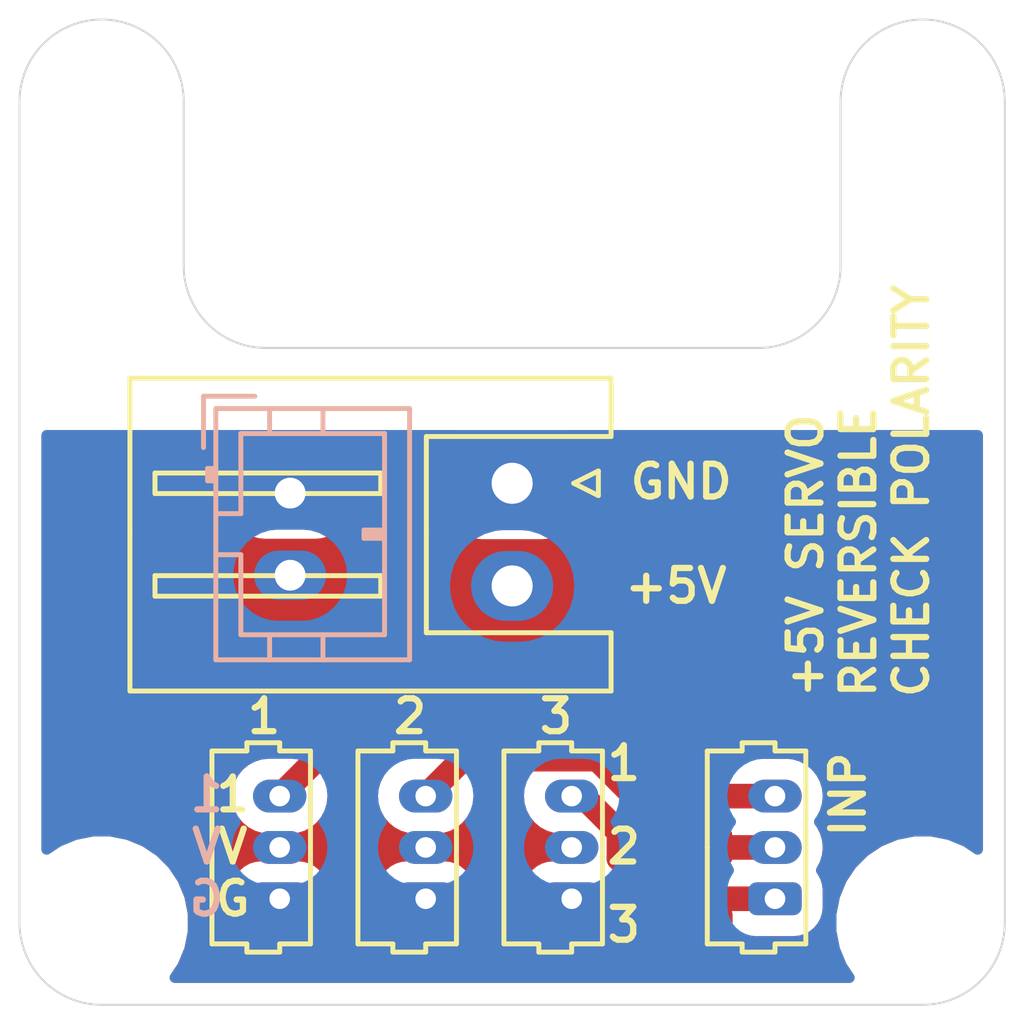
<source format=kicad_pcb>
(kicad_pcb (version 20171130) (host pcbnew "(5.1.9)-1")

  (general
    (thickness 1.6)
    (drawings 28)
    (tracks 19)
    (zones 0)
    (modules 13)
    (nets 6)
  )

  (page A4)
  (layers
    (0 F.Cu signal)
    (31 B.Cu signal)
    (32 B.Adhes user)
    (33 F.Adhes user)
    (34 B.Paste user)
    (35 F.Paste user)
    (36 B.SilkS user)
    (37 F.SilkS user)
    (38 B.Mask user)
    (39 F.Mask user)
    (40 Dwgs.User user)
    (41 Cmts.User user)
    (42 Eco1.User user)
    (43 Eco2.User user)
    (44 Edge.Cuts user)
    (45 Margin user)
    (46 B.CrtYd user)
    (47 F.CrtYd user)
    (48 B.Fab user hide)
    (49 F.Fab user hide)
  )

  (setup
    (last_trace_width 0.25)
    (user_trace_width 0.6)
    (trace_clearance 0.2)
    (zone_clearance 0.508)
    (zone_45_only no)
    (trace_min 0.2)
    (via_size 0.8)
    (via_drill 0.4)
    (via_min_size 0.4)
    (via_min_drill 0.3)
    (uvia_size 0.3)
    (uvia_drill 0.1)
    (uvias_allowed no)
    (uvia_min_size 0.2)
    (uvia_min_drill 0.1)
    (edge_width 0.05)
    (segment_width 0.2)
    (pcb_text_width 0.3)
    (pcb_text_size 1.5 1.5)
    (mod_edge_width 0.12)
    (mod_text_size 1 1)
    (mod_text_width 0.15)
    (pad_size 1.2 1.75)
    (pad_drill 0.75)
    (pad_to_mask_clearance 0)
    (aux_axis_origin 0 0)
    (visible_elements 7FFFFF7F)
    (pcbplotparams
      (layerselection 0x010fc_ffffffff)
      (usegerberextensions false)
      (usegerberattributes true)
      (usegerberadvancedattributes true)
      (creategerberjobfile true)
      (excludeedgelayer true)
      (linewidth 0.100000)
      (plotframeref false)
      (viasonmask false)
      (mode 1)
      (useauxorigin false)
      (hpglpennumber 1)
      (hpglpenspeed 20)
      (hpglpendiameter 15.000000)
      (psnegative false)
      (psa4output false)
      (plotreference true)
      (plotvalue true)
      (plotinvisibletext false)
      (padsonsilk false)
      (subtractmaskfromsilk false)
      (outputformat 1)
      (mirror false)
      (drillshape 0)
      (scaleselection 1)
      (outputdirectory "gerber-3-servos"))
  )

  (net 0 "")
  (net 1 "Net-(J1-Pad3)")
  (net 2 "Net-(J1-Pad2)")
  (net 3 "Net-(J1-Pad1)")
  (net 4 GND)
  (net 5 +BATT)

  (net_class Default "This is the default net class."
    (clearance 0.2)
    (trace_width 0.25)
    (via_dia 0.8)
    (via_drill 0.4)
    (uvia_dia 0.3)
    (uvia_drill 0.1)
    (add_net +BATT)
    (add_net GND)
    (add_net "Net-(J1-Pad1)")
    (add_net "Net-(J1-Pad2)")
    (add_net "Net-(J1-Pad3)")
  )

  (module Connector_JST:JST_PH_B2B-PH-K_1x02_P2.00mm_Vertical (layer B.Cu) (tedit 6115464F) (tstamp 6115A0AC)
    (at 164.592 151.5364 270)
    (descr "JST PH series connector, B2B-PH-K (http://www.jst-mfg.com/product/pdf/eng/ePH.pdf), generated with kicad-footprint-generator")
    (tags "connector JST PH side entry")
    (fp_text reference REF** (at 1 2.9 270) (layer B.SilkS) hide
      (effects (font (size 1 1) (thickness 0.15)) (justify mirror))
    )
    (fp_text value JST_PH_B2B-PH-K_1x02_P2.00mm_Vertical (at 1 -4 270) (layer B.Fab) hide
      (effects (font (size 1 1) (thickness 0.15)) (justify mirror))
    )
    (fp_line (start -2.06 1.81) (end -2.06 -2.91) (layer B.SilkS) (width 0.12))
    (fp_line (start -2.06 -2.91) (end 4.06 -2.91) (layer B.SilkS) (width 0.12))
    (fp_line (start 4.06 -2.91) (end 4.06 1.81) (layer B.SilkS) (width 0.12))
    (fp_line (start 4.06 1.81) (end -2.06 1.81) (layer B.SilkS) (width 0.12))
    (fp_line (start -0.3 1.81) (end -0.3 2.01) (layer B.SilkS) (width 0.12))
    (fp_line (start -0.3 2.01) (end -0.6 2.01) (layer B.SilkS) (width 0.12))
    (fp_line (start -0.6 2.01) (end -0.6 1.81) (layer B.SilkS) (width 0.12))
    (fp_line (start -0.3 1.91) (end -0.6 1.91) (layer B.SilkS) (width 0.12))
    (fp_line (start 0.5 1.81) (end 0.5 1.2) (layer B.SilkS) (width 0.12))
    (fp_line (start 0.5 1.2) (end -1.45 1.2) (layer B.SilkS) (width 0.12))
    (fp_line (start -1.45 1.2) (end -1.45 -2.3) (layer B.SilkS) (width 0.12))
    (fp_line (start -1.45 -2.3) (end 3.45 -2.3) (layer B.SilkS) (width 0.12))
    (fp_line (start 3.45 -2.3) (end 3.45 1.2) (layer B.SilkS) (width 0.12))
    (fp_line (start 3.45 1.2) (end 1.5 1.2) (layer B.SilkS) (width 0.12))
    (fp_line (start 1.5 1.2) (end 1.5 1.81) (layer B.SilkS) (width 0.12))
    (fp_line (start -2.06 0.5) (end -1.45 0.5) (layer B.SilkS) (width 0.12))
    (fp_line (start -2.06 -0.8) (end -1.45 -0.8) (layer B.SilkS) (width 0.12))
    (fp_line (start 4.06 0.5) (end 3.45 0.5) (layer B.SilkS) (width 0.12))
    (fp_line (start 4.06 -0.8) (end 3.45 -0.8) (layer B.SilkS) (width 0.12))
    (fp_line (start 0.9 -2.3) (end 0.9 -1.8) (layer B.SilkS) (width 0.12))
    (fp_line (start 0.9 -1.8) (end 1.1 -1.8) (layer B.SilkS) (width 0.12))
    (fp_line (start 1.1 -1.8) (end 1.1 -2.3) (layer B.SilkS) (width 0.12))
    (fp_line (start 1 -2.3) (end 1 -1.8) (layer B.SilkS) (width 0.12))
    (fp_line (start -1.11 2.11) (end -2.36 2.11) (layer B.SilkS) (width 0.12))
    (fp_line (start -2.36 2.11) (end -2.36 0.86) (layer B.SilkS) (width 0.12))
    (fp_line (start -1.11 2.11) (end -2.36 2.11) (layer B.Fab) (width 0.1))
    (fp_line (start -2.36 2.11) (end -2.36 0.86) (layer B.Fab) (width 0.1))
    (fp_line (start -1.95 1.7) (end -1.95 -2.8) (layer B.Fab) (width 0.1))
    (fp_line (start -1.95 -2.8) (end 3.95 -2.8) (layer B.Fab) (width 0.1))
    (fp_line (start 3.95 -2.8) (end 3.95 1.7) (layer B.Fab) (width 0.1))
    (fp_line (start 3.95 1.7) (end -1.95 1.7) (layer B.Fab) (width 0.1))
    (fp_line (start -2.45 2.2) (end -2.45 -3.3) (layer B.CrtYd) (width 0.05))
    (fp_line (start -2.45 -3.3) (end 4.45 -3.3) (layer B.CrtYd) (width 0.05))
    (fp_line (start 4.45 -3.3) (end 4.45 2.2) (layer B.CrtYd) (width 0.05))
    (fp_line (start 4.45 2.2) (end -2.45 2.2) (layer B.CrtYd) (width 0.05))
    (fp_text user %R (at 1 -1.5 270) (layer B.Fab) hide
      (effects (font (size 1 1) (thickness 0.15)) (justify mirror))
    )
    (pad 2 thru_hole oval (at 2 0 270) (size 1.2 1.75) (drill 0.75) (layers *.Cu *.Mask)
      (net 5 +BATT))
    (pad 1 thru_hole roundrect (at 0 0 270) (size 1.2 1.75) (drill 0.75) (layers *.Cu *.Mask) (roundrect_rratio 0.208)
      (net 4 GND))
  )

  (module heli-servo-board:Molex_PicoBlade_53047-0310_1x03_P1.25mm_Vertical (layer F.Cu) (tedit 61127ECC) (tstamp 6112DF1A)
    (at 176.403 161.417 90)
    (descr "Molex PicoBlade Connector System, 53047-0310, 3 Pins per row (http://www.molex.com/pdm_docs/sd/530470610_sd.pdf), generated with kicad-footprint-generator")
    (tags "connector Molex PicoBlade side entry")
    (path /61123FD6)
    (fp_text reference J1 (at 1.25 -3.25 90) (layer F.SilkS) hide
      (effects (font (size 1 1) (thickness 0.15)))
    )
    (fp_text value Conn_01x06 (at 1.25 2.35 90) (layer F.Fab)
      (effects (font (size 1 1) (thickness 0.15)))
    )
    (fp_line (start -1.5 -2.05) (end -1.5 1.15) (layer F.Fab) (width 0.1))
    (fp_line (start -1.5 1.15) (end 4 1.15) (layer F.Fab) (width 0.1))
    (fp_line (start 4 1.15) (end 4 -2.05) (layer F.Fab) (width 0.1))
    (fp_line (start 4 -2.05) (end -1.5 -2.05) (layer F.Fab) (width 0.1))
    (fp_line (start 1.25 0.75) (end -1.1 0.75) (layer F.SilkS) (width 0.12))
    (fp_line (start -1.1 0.75) (end -1.1 0) (layer F.SilkS) (width 0.12))
    (fp_line (start -1.1 0) (end -1.3 0) (layer F.SilkS) (width 0.12))
    (fp_line (start -1.3 0) (end -1.3 -0.8) (layer F.SilkS) (width 0.12))
    (fp_line (start -1.3 -0.8) (end -1.1 -0.8) (layer F.SilkS) (width 0.12))
    (fp_line (start -1.1 -0.8) (end -1.1 -1.65) (layer F.SilkS) (width 0.12))
    (fp_line (start -1.1 -1.65) (end 1.25 -1.65) (layer F.SilkS) (width 0.12))
    (fp_line (start 1.25 0.75) (end 3.6 0.75) (layer F.SilkS) (width 0.12))
    (fp_line (start 3.6 0.75) (end 3.6 0) (layer F.SilkS) (width 0.12))
    (fp_line (start 3.6 0) (end 3.8 0) (layer F.SilkS) (width 0.12))
    (fp_line (start 3.8 0) (end 3.8 -0.8) (layer F.SilkS) (width 0.12))
    (fp_line (start 3.8 -0.8) (end 3.6 -0.8) (layer F.SilkS) (width 0.12))
    (fp_line (start 3.6 -0.8) (end 3.6 -1.65) (layer F.SilkS) (width 0.12))
    (fp_line (start 3.6 -1.65) (end 1.25 -1.65) (layer F.SilkS) (width 0.12))
    (fp_line (start -0.5 1.15) (end 0 0.442893) (layer F.Fab) (width 0.1))
    (fp_line (start 0 0.442893) (end 0.5 1.15) (layer F.Fab) (width 0.1))
    (fp_line (start -2 -2.55) (end -2 1.65) (layer F.CrtYd) (width 0.05))
    (fp_line (start -2 1.65) (end 4.5 1.65) (layer F.CrtYd) (width 0.05))
    (fp_line (start 4.5 1.65) (end 4.5 -2.55) (layer F.CrtYd) (width 0.05))
    (fp_line (start 4.5 -2.55) (end -2 -2.55) (layer F.CrtYd) (width 0.05))
    (fp_text user %R (at 1.25 -1.35 90) (layer F.Fab) hide
      (effects (font (size 1 1) (thickness 0.15)))
    )
    (pad 3 thru_hole oval (at 2.5 0 90) (size 0.8 1.3) (drill 0.5) (layers *.Cu *.Mask)
      (net 1 "Net-(J1-Pad3)"))
    (pad 2 thru_hole oval (at 1.25 0 90) (size 0.8 1.3) (drill 0.5) (layers *.Cu *.Mask)
      (net 2 "Net-(J1-Pad2)"))
    (pad 1 thru_hole roundrect (at 0 0 90) (size 0.8 1.3) (drill 0.5) (layers *.Cu *.Mask) (roundrect_rratio 0.25)
      (net 3 "Net-(J1-Pad1)"))
    (model ${KIPRJMOD}/heli-servo-board.3dshapes/Molex_PicoBlade_53047-0310.wrl
      (at (xyz 0 0 0))
      (scale (xyz 1 1 1))
      (rotate (xyz 0 0 0))
    )
  )

  (module heli-servo-board:Molex_PicoBlade_53047-0310_1x03_P1.25mm_Vertical (layer F.Cu) (tedit 61127ECC) (tstamp 61124DCD)
    (at 171.45 161.417 90)
    (descr "Molex PicoBlade Connector System, 53047-0310, 3 Pins per row (http://www.molex.com/pdm_docs/sd/530470610_sd.pdf), generated with kicad-footprint-generator")
    (tags "connector Molex PicoBlade side entry")
    (path /6112D870)
    (fp_text reference J4 (at 1.25 -3.25 90) (layer F.SilkS) hide
      (effects (font (size 1 1) (thickness 0.15)))
    )
    (fp_text value Conn_01x03 (at 1.25 2.35 90) (layer F.Fab) hide
      (effects (font (size 1 1) (thickness 0.15)))
    )
    (fp_line (start -1.5 -2.05) (end -1.5 1.15) (layer F.Fab) (width 0.1))
    (fp_line (start -1.5 1.15) (end 4 1.15) (layer F.Fab) (width 0.1))
    (fp_line (start 4 1.15) (end 4 -2.05) (layer F.Fab) (width 0.1))
    (fp_line (start 4 -2.05) (end -1.5 -2.05) (layer F.Fab) (width 0.1))
    (fp_line (start 1.25 0.75) (end -1.1 0.75) (layer F.SilkS) (width 0.12))
    (fp_line (start -1.1 0.75) (end -1.1 0) (layer F.SilkS) (width 0.12))
    (fp_line (start -1.1 0) (end -1.3 0) (layer F.SilkS) (width 0.12))
    (fp_line (start -1.3 0) (end -1.3 -0.8) (layer F.SilkS) (width 0.12))
    (fp_line (start -1.3 -0.8) (end -1.1 -0.8) (layer F.SilkS) (width 0.12))
    (fp_line (start -1.1 -0.8) (end -1.1 -1.65) (layer F.SilkS) (width 0.12))
    (fp_line (start -1.1 -1.65) (end 1.25 -1.65) (layer F.SilkS) (width 0.12))
    (fp_line (start 1.25 0.75) (end 3.6 0.75) (layer F.SilkS) (width 0.12))
    (fp_line (start 3.6 0.75) (end 3.6 0) (layer F.SilkS) (width 0.12))
    (fp_line (start 3.6 0) (end 3.8 0) (layer F.SilkS) (width 0.12))
    (fp_line (start 3.8 0) (end 3.8 -0.8) (layer F.SilkS) (width 0.12))
    (fp_line (start 3.8 -0.8) (end 3.6 -0.8) (layer F.SilkS) (width 0.12))
    (fp_line (start 3.6 -0.8) (end 3.6 -1.65) (layer F.SilkS) (width 0.12))
    (fp_line (start 3.6 -1.65) (end 1.25 -1.65) (layer F.SilkS) (width 0.12))
    (fp_line (start -0.5 1.15) (end 0 0.442893) (layer F.Fab) (width 0.1))
    (fp_line (start 0 0.442893) (end 0.5 1.15) (layer F.Fab) (width 0.1))
    (fp_line (start -2 -2.55) (end -2 1.65) (layer F.CrtYd) (width 0.05))
    (fp_line (start -2 1.65) (end 4.5 1.65) (layer F.CrtYd) (width 0.05))
    (fp_line (start 4.5 1.65) (end 4.5 -2.55) (layer F.CrtYd) (width 0.05))
    (fp_line (start 4.5 -2.55) (end -2 -2.55) (layer F.CrtYd) (width 0.05))
    (fp_text user %R (at 1.25 -1.35 90) (layer F.Fab) hide
      (effects (font (size 1 1) (thickness 0.15)))
    )
    (pad 3 thru_hole oval (at 2.5 0 90) (size 0.8 1.3) (drill 0.5) (layers *.Cu *.Mask)
      (net 3 "Net-(J1-Pad1)"))
    (pad 2 thru_hole oval (at 1.25 0 90) (size 0.8 1.3) (drill 0.5) (layers *.Cu *.Mask)
      (net 5 +BATT))
    (pad 1 thru_hole roundrect (at 0 0 90) (size 0.8 1.3) (drill 0.5) (layers *.Cu *.Mask) (roundrect_rratio 0.25)
      (net 4 GND))
    (model ${KIPRJMOD}/heli-servo-board.3dshapes/Molex_PicoBlade_53047-0310.wrl
      (at (xyz 0 0 0))
      (scale (xyz 1 1 1))
      (rotate (xyz 0 0 0))
    )
  )

  (module heli-servo-board:Molex_PicoBlade_53047-0310_1x03_P1.25mm_Vertical (layer F.Cu) (tedit 61127ECC) (tstamp 61124DA7)
    (at 167.894 161.417 90)
    (descr "Molex PicoBlade Connector System, 53047-0310, 3 Pins per row (http://www.molex.com/pdm_docs/sd/530470610_sd.pdf), generated with kicad-footprint-generator")
    (tags "connector Molex PicoBlade side entry")
    (path /6112CA1B)
    (fp_text reference J3 (at 1.25 -3.25 90) (layer F.SilkS) hide
      (effects (font (size 1 1) (thickness 0.15)))
    )
    (fp_text value Conn_01x03 (at 1.25 2.35 90) (layer F.Fab) hide
      (effects (font (size 1 1) (thickness 0.15)))
    )
    (fp_line (start -1.5 -2.05) (end -1.5 1.15) (layer F.Fab) (width 0.1))
    (fp_line (start -1.5 1.15) (end 4 1.15) (layer F.Fab) (width 0.1))
    (fp_line (start 4 1.15) (end 4 -2.05) (layer F.Fab) (width 0.1))
    (fp_line (start 4 -2.05) (end -1.5 -2.05) (layer F.Fab) (width 0.1))
    (fp_line (start 1.25 0.75) (end -1.1 0.75) (layer F.SilkS) (width 0.12))
    (fp_line (start -1.1 0.75) (end -1.1 0) (layer F.SilkS) (width 0.12))
    (fp_line (start -1.1 0) (end -1.3 0) (layer F.SilkS) (width 0.12))
    (fp_line (start -1.3 0) (end -1.3 -0.8) (layer F.SilkS) (width 0.12))
    (fp_line (start -1.3 -0.8) (end -1.1 -0.8) (layer F.SilkS) (width 0.12))
    (fp_line (start -1.1 -0.8) (end -1.1 -1.65) (layer F.SilkS) (width 0.12))
    (fp_line (start -1.1 -1.65) (end 1.25 -1.65) (layer F.SilkS) (width 0.12))
    (fp_line (start 1.25 0.75) (end 3.6 0.75) (layer F.SilkS) (width 0.12))
    (fp_line (start 3.6 0.75) (end 3.6 0) (layer F.SilkS) (width 0.12))
    (fp_line (start 3.6 0) (end 3.8 0) (layer F.SilkS) (width 0.12))
    (fp_line (start 3.8 0) (end 3.8 -0.8) (layer F.SilkS) (width 0.12))
    (fp_line (start 3.8 -0.8) (end 3.6 -0.8) (layer F.SilkS) (width 0.12))
    (fp_line (start 3.6 -0.8) (end 3.6 -1.65) (layer F.SilkS) (width 0.12))
    (fp_line (start 3.6 -1.65) (end 1.25 -1.65) (layer F.SilkS) (width 0.12))
    (fp_line (start -0.5 1.15) (end 0 0.442893) (layer F.Fab) (width 0.1))
    (fp_line (start 0 0.442893) (end 0.5 1.15) (layer F.Fab) (width 0.1))
    (fp_line (start -2 -2.55) (end -2 1.65) (layer F.CrtYd) (width 0.05))
    (fp_line (start -2 1.65) (end 4.5 1.65) (layer F.CrtYd) (width 0.05))
    (fp_line (start 4.5 1.65) (end 4.5 -2.55) (layer F.CrtYd) (width 0.05))
    (fp_line (start 4.5 -2.55) (end -2 -2.55) (layer F.CrtYd) (width 0.05))
    (fp_text user %R (at 1.25 -1.35 90) (layer F.Fab) hide
      (effects (font (size 1 1) (thickness 0.15)))
    )
    (pad 3 thru_hole oval (at 2.5 0 90) (size 0.8 1.3) (drill 0.5) (layers *.Cu *.Mask)
      (net 2 "Net-(J1-Pad2)"))
    (pad 2 thru_hole oval (at 1.25 0 90) (size 0.8 1.3) (drill 0.5) (layers *.Cu *.Mask)
      (net 5 +BATT))
    (pad 1 thru_hole roundrect (at 0 0 90) (size 0.8 1.3) (drill 0.5) (layers *.Cu *.Mask) (roundrect_rratio 0.25)
      (net 4 GND))
    (model ${KIPRJMOD}/heli-servo-board.3dshapes/Molex_PicoBlade_53047-0310.wrl
      (at (xyz 0 0 0))
      (scale (xyz 1 1 1))
      (rotate (xyz 0 0 0))
    )
  )

  (module heli-servo-board:Molex_PicoBlade_53047-0310_1x03_P1.25mm_Vertical (layer F.Cu) (tedit 61127ECC) (tstamp 61124D81)
    (at 164.338 161.417 90)
    (descr "Molex PicoBlade Connector System, 53047-0310, 3 Pins per row (http://www.molex.com/pdm_docs/sd/530470610_sd.pdf), generated with kicad-footprint-generator")
    (tags "connector Molex PicoBlade side entry")
    (path /611285D8)
    (fp_text reference J2 (at 1.25 -3.25 90) (layer F.SilkS) hide
      (effects (font (size 1 1) (thickness 0.15)))
    )
    (fp_text value Conn_01x03 (at 1.25 2.35 90) (layer F.Fab) hide
      (effects (font (size 1 1) (thickness 0.15)))
    )
    (fp_line (start -1.5 -2.05) (end -1.5 1.15) (layer F.Fab) (width 0.1))
    (fp_line (start -1.5 1.15) (end 4 1.15) (layer F.Fab) (width 0.1))
    (fp_line (start 4 1.15) (end 4 -2.05) (layer F.Fab) (width 0.1))
    (fp_line (start 4 -2.05) (end -1.5 -2.05) (layer F.Fab) (width 0.1))
    (fp_line (start 1.25 0.75) (end -1.1 0.75) (layer F.SilkS) (width 0.12))
    (fp_line (start -1.1 0.75) (end -1.1 0) (layer F.SilkS) (width 0.12))
    (fp_line (start -1.1 0) (end -1.3 0) (layer F.SilkS) (width 0.12))
    (fp_line (start -1.3 0) (end -1.3 -0.8) (layer F.SilkS) (width 0.12))
    (fp_line (start -1.3 -0.8) (end -1.1 -0.8) (layer F.SilkS) (width 0.12))
    (fp_line (start -1.1 -0.8) (end -1.1 -1.65) (layer F.SilkS) (width 0.12))
    (fp_line (start -1.1 -1.65) (end 1.25 -1.65) (layer F.SilkS) (width 0.12))
    (fp_line (start 1.25 0.75) (end 3.6 0.75) (layer F.SilkS) (width 0.12))
    (fp_line (start 3.6 0.75) (end 3.6 0) (layer F.SilkS) (width 0.12))
    (fp_line (start 3.6 0) (end 3.8 0) (layer F.SilkS) (width 0.12))
    (fp_line (start 3.8 0) (end 3.8 -0.8) (layer F.SilkS) (width 0.12))
    (fp_line (start 3.8 -0.8) (end 3.6 -0.8) (layer F.SilkS) (width 0.12))
    (fp_line (start 3.6 -0.8) (end 3.6 -1.65) (layer F.SilkS) (width 0.12))
    (fp_line (start 3.6 -1.65) (end 1.25 -1.65) (layer F.SilkS) (width 0.12))
    (fp_line (start -0.5 1.15) (end 0 0.442893) (layer F.Fab) (width 0.1))
    (fp_line (start 0 0.442893) (end 0.5 1.15) (layer F.Fab) (width 0.1))
    (fp_line (start -2 -2.55) (end -2 1.65) (layer F.CrtYd) (width 0.05))
    (fp_line (start -2 1.65) (end 4.5 1.65) (layer F.CrtYd) (width 0.05))
    (fp_line (start 4.5 1.65) (end 4.5 -2.55) (layer F.CrtYd) (width 0.05))
    (fp_line (start 4.5 -2.55) (end -2 -2.55) (layer F.CrtYd) (width 0.05))
    (fp_text user %R (at 1.25 -1.35 90) (layer F.Fab)
      (effects (font (size 1 1) (thickness 0.15)))
    )
    (pad 3 thru_hole oval (at 2.5 0 90) (size 0.8 1.3) (drill 0.5) (layers *.Cu *.Mask)
      (net 1 "Net-(J1-Pad3)"))
    (pad 2 thru_hole oval (at 1.25 0 90) (size 0.8 1.3) (drill 0.5) (layers *.Cu *.Mask)
      (net 5 +BATT))
    (pad 1 thru_hole roundrect (at 0 0 90) (size 0.8 1.3) (drill 0.5) (layers *.Cu *.Mask) (roundrect_rratio 0.25)
      (net 4 GND))
    (model ${KIPRJMOD}/heli-servo-board.3dshapes/Molex_PicoBlade_53047-0310.wrl
      (at (xyz 0 0 0))
      (scale (xyz 1 1 1))
      (rotate (xyz 0 0 0))
    )
  )

  (module Connector_JST:JST_XH_S2B-XH-A_1x02_P2.50mm_Horizontal (layer F.Cu) (tedit 5C281475) (tstamp 611285C6)
    (at 170 151.297 270)
    (descr "JST XH series connector, S2B-XH-A (http://www.jst-mfg.com/product/pdf/eng/eXH.pdf), generated with kicad-footprint-generator")
    (tags "connector JST XH horizontal")
    (path /61143588)
    (fp_text reference J6 (at 1.25 -3.5 90) (layer F.SilkS) hide
      (effects (font (size 1 1) (thickness 0.15)))
    )
    (fp_text value Conn_01x02 (at 1.25 10.4 90) (layer F.Fab)
      (effects (font (size 1 1) (thickness 0.15)))
    )
    (fp_line (start 0 1.2) (end 0.625 2.2) (layer F.Fab) (width 0.1))
    (fp_line (start -0.625 2.2) (end 0 1.2) (layer F.Fab) (width 0.1))
    (fp_line (start 0.3 -2.1) (end 0 -1.5) (layer F.SilkS) (width 0.12))
    (fp_line (start -0.3 -2.1) (end 0.3 -2.1) (layer F.SilkS) (width 0.12))
    (fp_line (start 0 -1.5) (end -0.3 -2.1) (layer F.SilkS) (width 0.12))
    (fp_line (start 2.75 3.2) (end 2.25 3.2) (layer F.SilkS) (width 0.12))
    (fp_line (start 2.75 8.7) (end 2.75 3.2) (layer F.SilkS) (width 0.12))
    (fp_line (start 2.25 8.7) (end 2.75 8.7) (layer F.SilkS) (width 0.12))
    (fp_line (start 2.25 3.2) (end 2.25 8.7) (layer F.SilkS) (width 0.12))
    (fp_line (start 0.25 3.2) (end -0.25 3.2) (layer F.SilkS) (width 0.12))
    (fp_line (start 0.25 8.7) (end 0.25 3.2) (layer F.SilkS) (width 0.12))
    (fp_line (start -0.25 8.7) (end 0.25 8.7) (layer F.SilkS) (width 0.12))
    (fp_line (start -0.25 3.2) (end -0.25 8.7) (layer F.SilkS) (width 0.12))
    (fp_line (start 3.75 2.2) (end 1.25 2.2) (layer F.Fab) (width 0.1))
    (fp_line (start 3.75 -2.3) (end 3.75 2.2) (layer F.Fab) (width 0.1))
    (fp_line (start 4.95 -2.3) (end 3.75 -2.3) (layer F.Fab) (width 0.1))
    (fp_line (start 4.95 9.2) (end 4.95 -2.3) (layer F.Fab) (width 0.1))
    (fp_line (start 1.25 9.2) (end 4.95 9.2) (layer F.Fab) (width 0.1))
    (fp_line (start -1.25 2.2) (end 1.25 2.2) (layer F.Fab) (width 0.1))
    (fp_line (start -1.25 -2.3) (end -1.25 2.2) (layer F.Fab) (width 0.1))
    (fp_line (start -2.45 -2.3) (end -1.25 -2.3) (layer F.Fab) (width 0.1))
    (fp_line (start -2.45 9.2) (end -2.45 -2.3) (layer F.Fab) (width 0.1))
    (fp_line (start 1.25 9.2) (end -2.45 9.2) (layer F.Fab) (width 0.1))
    (fp_line (start 3.64 2.09) (end 1.25 2.09) (layer F.SilkS) (width 0.12))
    (fp_line (start 3.64 -2.41) (end 3.64 2.09) (layer F.SilkS) (width 0.12))
    (fp_line (start 5.06 -2.41) (end 3.64 -2.41) (layer F.SilkS) (width 0.12))
    (fp_line (start 5.06 9.31) (end 5.06 -2.41) (layer F.SilkS) (width 0.12))
    (fp_line (start 1.25 9.31) (end 5.06 9.31) (layer F.SilkS) (width 0.12))
    (fp_line (start -1.14 2.09) (end 1.25 2.09) (layer F.SilkS) (width 0.12))
    (fp_line (start -1.14 -2.41) (end -1.14 2.09) (layer F.SilkS) (width 0.12))
    (fp_line (start -2.56 -2.41) (end -1.14 -2.41) (layer F.SilkS) (width 0.12))
    (fp_line (start -2.56 9.31) (end -2.56 -2.41) (layer F.SilkS) (width 0.12))
    (fp_line (start 1.25 9.31) (end -2.56 9.31) (layer F.SilkS) (width 0.12))
    (fp_line (start 5.45 -2.8) (end -2.95 -2.8) (layer F.CrtYd) (width 0.05))
    (fp_line (start 5.45 9.7) (end 5.45 -2.8) (layer F.CrtYd) (width 0.05))
    (fp_line (start -2.95 9.7) (end 5.45 9.7) (layer F.CrtYd) (width 0.05))
    (fp_line (start -2.95 -2.8) (end -2.95 9.7) (layer F.CrtYd) (width 0.05))
    (fp_text user %R (at 1.25 3.45 90) (layer F.Fab) hide
      (effects (font (size 1 1) (thickness 0.15)))
    )
    (pad 2 thru_hole oval (at 2.5 0 270) (size 1.7 2) (drill 1) (layers *.Cu *.Mask)
      (net 5 +BATT))
    (pad 1 thru_hole roundrect (at 0 0 270) (size 1.7 2) (drill 1) (layers *.Cu *.Mask) (roundrect_rratio 0.1470588235294118)
      (net 4 GND))
    (model ${KISYS3DMOD}/Connector_JST.3dshapes/JST_XH_S2B-XH-A_1x02_P2.50mm_Horizontal.wrl
      (at (xyz 0 0 0))
      (scale (xyz 1 1 1))
      (rotate (xyz 0 0 0))
    )
  )

  (module Connector_Wire:SolderWirePad_1x01_SMD_1x2mm (layer F.Cu) (tedit 5DD6EB27) (tstamp 611325AC)
    (at 174.371 162.052 270)
    (descr "Wire Pad, Square, SMD Pad,  5mm x 10mm,")
    (tags "MesurementPoint Square SMDPad 5mmx10mm ")
    (path /61181143)
    (attr virtual)
    (fp_text reference J9 (at 0 -2.54 90) (layer F.SilkS) hide
      (effects (font (size 1 1) (thickness 0.15)))
    )
    (fp_text value Conn_01x01 (at 0 2.54 90) (layer F.Fab) hide
      (effects (font (size 1 1) (thickness 0.15)))
    )
    (fp_line (start -0.63 1.27) (end -0.63 -1.27) (layer F.Fab) (width 0.1))
    (fp_line (start 0.63 1.27) (end -0.63 1.27) (layer F.Fab) (width 0.1))
    (fp_line (start 0.63 -1.27) (end 0.63 1.27) (layer F.Fab) (width 0.1))
    (fp_line (start -0.63 -1.27) (end 0.63 -1.27) (layer F.Fab) (width 0.1))
    (fp_line (start -0.63 -1.27) (end -0.63 1.27) (layer F.CrtYd) (width 0.05))
    (fp_line (start -0.63 1.27) (end 0.63 1.27) (layer F.CrtYd) (width 0.05))
    (fp_line (start 0.63 1.27) (end 0.63 -1.27) (layer F.CrtYd) (width 0.05))
    (fp_line (start 0.63 -1.27) (end -0.63 -1.27) (layer F.CrtYd) (width 0.05))
    (fp_text user %R (at 0 0 90) (layer F.Fab)
      (effects (font (size 1 1) (thickness 0.15)))
    )
    (pad 1 smd roundrect (at 0 0 270) (size 1 2) (layers F.Cu F.Paste F.Mask) (roundrect_rratio 0.25)
      (net 3 "Net-(J1-Pad1)"))
  )

  (module Connector_Wire:SolderWirePad_1x01_SMD_1x2mm (layer F.Cu) (tedit 5DD6EB27) (tstamp 6113259E)
    (at 174.371 160.147 270)
    (descr "Wire Pad, Square, SMD Pad,  5mm x 10mm,")
    (tags "MesurementPoint Square SMDPad 5mmx10mm ")
    (path /6118060C)
    (attr virtual)
    (fp_text reference J8 (at 0 -2.54 90) (layer F.SilkS) hide
      (effects (font (size 1 1) (thickness 0.15)))
    )
    (fp_text value Conn_01x01 (at 0 2.54 90) (layer F.Fab) hide
      (effects (font (size 1 1) (thickness 0.15)))
    )
    (fp_line (start -0.63 1.27) (end -0.63 -1.27) (layer F.Fab) (width 0.1))
    (fp_line (start 0.63 1.27) (end -0.63 1.27) (layer F.Fab) (width 0.1))
    (fp_line (start 0.63 -1.27) (end 0.63 1.27) (layer F.Fab) (width 0.1))
    (fp_line (start -0.63 -1.27) (end 0.63 -1.27) (layer F.Fab) (width 0.1))
    (fp_line (start -0.63 -1.27) (end -0.63 1.27) (layer F.CrtYd) (width 0.05))
    (fp_line (start -0.63 1.27) (end 0.63 1.27) (layer F.CrtYd) (width 0.05))
    (fp_line (start 0.63 1.27) (end 0.63 -1.27) (layer F.CrtYd) (width 0.05))
    (fp_line (start 0.63 -1.27) (end -0.63 -1.27) (layer F.CrtYd) (width 0.05))
    (fp_text user %R (at 0 0 90) (layer F.Fab)
      (effects (font (size 1 1) (thickness 0.15)))
    )
    (pad 1 smd roundrect (at 0 0 270) (size 1 2) (layers F.Cu F.Paste F.Mask) (roundrect_rratio 0.25)
      (net 2 "Net-(J1-Pad2)"))
  )

  (module Connector_Wire:SolderWirePad_1x01_SMD_1x2mm (layer F.Cu) (tedit 5DD6EB27) (tstamp 61132590)
    (at 174.371 158.115 270)
    (descr "Wire Pad, Square, SMD Pad,  5mm x 10mm,")
    (tags "MesurementPoint Square SMDPad 5mmx10mm ")
    (path /6117E1ED)
    (attr virtual)
    (fp_text reference J7 (at 0 -2.54 90) (layer F.SilkS) hide
      (effects (font (size 1 1) (thickness 0.15)))
    )
    (fp_text value Conn_01x01 (at 0 2.54 90) (layer F.Fab)
      (effects (font (size 1 1) (thickness 0.15)))
    )
    (fp_line (start -0.63 1.27) (end -0.63 -1.27) (layer F.Fab) (width 0.1))
    (fp_line (start 0.63 1.27) (end -0.63 1.27) (layer F.Fab) (width 0.1))
    (fp_line (start 0.63 -1.27) (end 0.63 1.27) (layer F.Fab) (width 0.1))
    (fp_line (start -0.63 -1.27) (end 0.63 -1.27) (layer F.Fab) (width 0.1))
    (fp_line (start -0.63 -1.27) (end -0.63 1.27) (layer F.CrtYd) (width 0.05))
    (fp_line (start -0.63 1.27) (end 0.63 1.27) (layer F.CrtYd) (width 0.05))
    (fp_line (start 0.63 1.27) (end 0.63 -1.27) (layer F.CrtYd) (width 0.05))
    (fp_line (start 0.63 -1.27) (end -0.63 -1.27) (layer F.CrtYd) (width 0.05))
    (fp_text user %R (at 0 0 90) (layer F.Fab)
      (effects (font (size 1 1) (thickness 0.15)))
    )
    (pad 1 smd roundrect (at 0 0 270) (size 1 2) (layers F.Cu F.Paste F.Mask) (roundrect_rratio 0.25)
      (net 1 "Net-(J1-Pad3)"))
  )

  (module MountingHole:MountingHole_2.2mm_M2 (layer F.Cu) (tedit 61150B2C) (tstamp 6112E80D)
    (at 180 162)
    (descr "Mounting Hole 2.2mm, no annular, M2")
    (tags "mounting hole 2.2mm no annular m2")
    (path /61155815)
    (attr virtual)
    (fp_text reference H4 (at 0 -3.2) (layer F.SilkS) hide
      (effects (font (size 1 1) (thickness 0.15)))
    )
    (fp_text value MountingHole (at 0 3.2) (layer F.Fab)
      (effects (font (size 1 1) (thickness 0.15)))
    )
    (fp_circle (center 0 0) (end 2.45 0) (layer F.CrtYd) (width 0.05))
    (fp_circle (center 0 0) (end 2.2 0) (layer Cmts.User) (width 0.15))
    (fp_text user %R (at 0.3 0) (layer F.Fab)
      (effects (font (size 1 1) (thickness 0.15)))
    )
    (pad "" np_thru_hole circle (at 0 0) (size 2.2 2.2) (drill 2.2) (layers *.Cu *.Mask)
      (clearance 1))
  )

  (module MountingHole:MountingHole_2.2mm_M2 (layer F.Cu) (tedit 61150B1E) (tstamp 6112E805)
    (at 180 142)
    (descr "Mounting Hole 2.2mm, no annular, M2")
    (tags "mounting hole 2.2mm no annular m2")
    (path /611551EF)
    (attr virtual)
    (fp_text reference H3 (at 0 -3.2) (layer F.SilkS) hide
      (effects (font (size 1 1) (thickness 0.15)))
    )
    (fp_text value MountingHole (at 0 3.2) (layer F.Fab)
      (effects (font (size 1 1) (thickness 0.15)))
    )
    (fp_circle (center 0 0) (end 2.45 0) (layer F.CrtYd) (width 0.05))
    (fp_circle (center 0 0) (end 2.2 0) (layer Cmts.User) (width 0.15))
    (fp_text user %R (at 0.3 0) (layer F.Fab)
      (effects (font (size 1 1) (thickness 0.15)))
    )
    (pad "" np_thru_hole circle (at 0 0) (size 2.2 2.2) (drill 2.2) (layers *.Cu *.Mask)
      (clearance 1))
  )

  (module MountingHole:MountingHole_2.2mm_M2 (layer F.Cu) (tedit 61150B28) (tstamp 6112E7FD)
    (at 160 162)
    (descr "Mounting Hole 2.2mm, no annular, M2")
    (tags "mounting hole 2.2mm no annular m2")
    (path /61154F7E)
    (attr virtual)
    (fp_text reference H2 (at 0 -3.2) (layer F.SilkS) hide
      (effects (font (size 1 1) (thickness 0.15)))
    )
    (fp_text value MountingHole (at 0 3.2) (layer F.Fab)
      (effects (font (size 1 1) (thickness 0.15)))
    )
    (fp_circle (center 0 0) (end 2.45 0) (layer F.CrtYd) (width 0.05))
    (fp_circle (center 0 0) (end 2.2 0) (layer Cmts.User) (width 0.15))
    (fp_text user %R (at 0.3 0) (layer F.Fab)
      (effects (font (size 1 1) (thickness 0.15)))
    )
    (pad "" np_thru_hole circle (at 0 0) (size 2.2 2.2) (drill 2.2) (layers *.Cu *.Mask)
      (clearance 1))
  )

  (module MountingHole:MountingHole_2.2mm_M2 (layer F.Cu) (tedit 61150B19) (tstamp 6112E7F5)
    (at 160 142)
    (descr "Mounting Hole 2.2mm, no annular, M2")
    (tags "mounting hole 2.2mm no annular m2")
    (path /61153AD3)
    (attr virtual)
    (fp_text reference H1 (at 0 -3.2) (layer F.SilkS) hide
      (effects (font (size 1 1) (thickness 0.15)))
    )
    (fp_text value MountingHole (at 0 3.2) (layer F.Fab)
      (effects (font (size 1 1) (thickness 0.15)))
    )
    (fp_circle (center 0 0) (end 2.45 0) (layer F.CrtYd) (width 0.05))
    (fp_circle (center 0 0) (end 2.2 0) (layer Cmts.User) (width 0.15))
    (fp_text user %R (at 0.3 0) (layer F.Fab)
      (effects (font (size 1 1) (thickness 0.15)))
    )
    (pad "" np_thru_hole circle (at 0 0) (size 2.2 2.2) (drill 2.2) (layers *.Cu *.Mask)
      (clearance 1))
  )

  (gr_text 3 (at 171.069 156.972) (layer F.SilkS) (tstamp 611581CB)
    (effects (font (size 0.8 0.8) (thickness 0.153)))
  )
  (gr_text 2 (at 167.513 156.972) (layer F.SilkS) (tstamp 611581C8)
    (effects (font (size 0.8 0.8) (thickness 0.153)))
  )
  (gr_text 1 (at 163.957 156.972) (layer F.SilkS) (tstamp 611581C6)
    (effects (font (size 0.8 0.8) (thickness 0.153)))
  )
  (gr_text INP (at 178.181 158.877 90) (layer F.SilkS) (tstamp 611580DF)
    (effects (font (size 0.8 0.8) (thickness 0.153)))
  )
  (gr_line (start 178 146) (end 178 142) (layer Edge.Cuts) (width 0.05) (tstamp 61157FF4))
  (gr_line (start 164 148) (end 176 148) (layer Edge.Cuts) (width 0.05) (tstamp 61157FF3))
  (gr_line (start 162 146) (end 162 142) (layer Edge.Cuts) (width 0.05) (tstamp 61157FF2))
  (gr_arc (start 176 146) (end 176 148) (angle -90) (layer Edge.Cuts) (width 0.05) (tstamp 61157FE9))
  (gr_arc (start 164 146) (end 162 146) (angle -90) (layer Edge.Cuts) (width 0.05))
  (gr_text 3 (at 172.72 162.052) (layer F.SilkS) (tstamp 61157368)
    (effects (font (size 0.8 0.8) (thickness 0.153)))
  )
  (gr_text 2 (at 172.72 160.147) (layer F.SilkS) (tstamp 61157363)
    (effects (font (size 0.8 0.8) (thickness 0.153)))
  )
  (gr_text 1 (at 172.72 158.115) (layer F.SilkS) (tstamp 61157361)
    (effects (font (size 0.8 0.8) (thickness 0.153)))
  )
  (gr_line (start 160 164) (end 180 164) (layer Edge.Cuts) (width 0.05) (tstamp 61156935))
  (gr_line (start 182 142) (end 182 162) (layer Edge.Cuts) (width 0.05) (tstamp 61156933))
  (gr_line (start 158 162) (end 158 142) (layer Edge.Cuts) (width 0.05) (tstamp 61156931))
  (gr_arc (start 180 162) (end 180 164) (angle -90) (layer Edge.Cuts) (width 0.05))
  (gr_arc (start 180 142) (end 182 142) (angle -180) (layer Edge.Cuts) (width 0.05))
  (gr_arc (start 160 142) (end 162 142) (angle -180) (layer Edge.Cuts) (width 0.05))
  (gr_text +5V (at 173.99 153.797) (layer F.SilkS) (tstamp 61130941)
    (effects (font (size 0.8 0.8) (thickness 0.153)))
  )
  (gr_text "+5V SERVO\nREVERSIBLE\nCHECK POLARITY" (at 178.435 156.591 90) (layer F.SilkS) (tstamp 61134C87)
    (effects (font (size 0.8 0.8) (thickness 0.153)) (justify left))
  )
  (gr_arc (start 160 162) (end 158 162) (angle -90) (layer Edge.Cuts) (width 0.05))
  (gr_text V (at 162.56 160.147) (layer B.SilkS) (tstamp 61130BEF)
    (effects (font (size 0.8 0.8) (thickness 0.153)) (justify mirror))
  )
  (gr_text G (at 162.56 161.417) (layer B.SilkS) (tstamp 61130BEE)
    (effects (font (size 0.8 0.8) (thickness 0.153)) (justify mirror))
  )
  (gr_text 1 (at 162.56 158.877) (layer B.SilkS) (tstamp 61130BED)
    (effects (font (size 0.8 0.8) (thickness 0.153)) (justify mirror))
  )
  (gr_text GND (at 174.117 151.257) (layer F.SilkS) (tstamp 61130B8B)
    (effects (font (size 0.8 0.8) (thickness 0.153)))
  )
  (gr_text G (at 163.195 161.417) (layer F.SilkS) (tstamp 6113031B)
    (effects (font (size 0.8 0.8) (thickness 0.153)))
  )
  (gr_text V (at 163.195 160.147) (layer F.SilkS) (tstamp 61130318)
    (effects (font (size 0.8 0.8) (thickness 0.153)))
  )
  (gr_text 1 (at 163.195 158.877) (layer F.SilkS) (tstamp 6112FC6D)
    (effects (font (size 0.8 0.8) (thickness 0.153)))
  )

  (segment (start 166.03802 157.21698) (end 164.338 158.917) (width 0.6) (layer F.Cu) (net 1))
  (segment (start 173.47298 157.21698) (end 166.03802 157.21698) (width 0.6) (layer F.Cu) (net 1))
  (segment (start 174.371 158.115) (end 173.47298 157.21698) (width 0.6) (layer F.Cu) (net 1))
  (segment (start 175.173 158.917) (end 174.371 158.115) (width 0.6) (layer F.Cu) (net 1))
  (segment (start 176.403 158.917) (end 175.173 158.917) (width 0.6) (layer F.Cu) (net 1))
  (segment (start 168.79401 158.01699) (end 167.894 158.917) (width 0.6) (layer F.Cu) (net 2))
  (segment (start 172.072796 158.01699) (end 168.79401 158.01699) (width 0.6) (layer F.Cu) (net 2))
  (segment (start 173.170816 159.11501) (end 172.072796 158.01699) (width 0.6) (layer F.Cu) (net 2))
  (segment (start 173.33901 159.11501) (end 173.170816 159.11501) (width 0.6) (layer F.Cu) (net 2))
  (segment (start 174.371 160.147) (end 173.33901 159.11501) (width 0.6) (layer F.Cu) (net 2))
  (segment (start 174.391 160.167) (end 174.371 160.147) (width 0.6) (layer F.Cu) (net 2))
  (segment (start 176.403 160.167) (end 174.391 160.167) (width 0.6) (layer F.Cu) (net 2))
  (segment (start 171.722806 158.917) (end 171.45 158.917) (width 0.6) (layer F.Cu) (net 3))
  (segment (start 172.60001 159.794204) (end 171.722806 158.917) (width 0.6) (layer F.Cu) (net 3))
  (segment (start 172.60001 160.436688) (end 172.60001 159.794204) (width 0.6) (layer F.Cu) (net 3))
  (segment (start 174.215322 162.052) (end 172.60001 160.436688) (width 0.6) (layer F.Cu) (net 3))
  (segment (start 174.371 162.052) (end 174.215322 162.052) (width 0.6) (layer F.Cu) (net 3))
  (segment (start 175.006 161.417) (end 174.371 162.052) (width 0.6) (layer F.Cu) (net 3))
  (segment (start 176.403 161.417) (end 175.006 161.417) (width 0.6) (layer F.Cu) (net 3))

  (zone (net 5) (net_name +BATT) (layer F.Cu) (tstamp 61167852) (hatch edge 0.508)
    (connect_pads yes (clearance 0.508))
    (min_thickness 0.254)
    (fill yes (arc_segments 32) (thermal_gap 0.508) (thermal_bridge_width 0.508))
    (polygon
      (pts
        (xy 182 164) (xy 158 164) (xy 158 150) (xy 182 150)
      )
    )
    (filled_polygon
      (pts
        (xy 168.511595 150.203614) (xy 168.429528 150.35715) (xy 168.378992 150.523746) (xy 168.361928 150.697) (xy 168.361928 151.897)
        (xy 168.378992 152.070254) (xy 168.429528 152.23685) (xy 168.511595 152.390386) (xy 168.622038 152.524962) (xy 168.756614 152.635405)
        (xy 168.91015 152.717472) (xy 169.076746 152.768008) (xy 169.25 152.785072) (xy 170.75 152.785072) (xy 170.923254 152.768008)
        (xy 171.08985 152.717472) (xy 171.243386 152.635405) (xy 171.377962 152.524962) (xy 171.488405 152.390386) (xy 171.570472 152.23685)
        (xy 171.621008 152.070254) (xy 171.638072 151.897) (xy 171.638072 150.697) (xy 171.621008 150.523746) (xy 171.570472 150.35715)
        (xy 171.488405 150.203614) (xy 171.42553 150.127) (xy 181.34 150.127) (xy 181.340001 160.21697) (xy 181.05488 160.026458)
        (xy 180.649592 159.858582) (xy 180.21934 159.773) (xy 179.78066 159.773) (xy 179.350408 159.858582) (xy 178.94512 160.026458)
        (xy 178.58037 160.270176) (xy 178.270176 160.58037) (xy 178.026458 160.94512) (xy 177.858582 161.350408) (xy 177.773 161.78066)
        (xy 177.773 162.21934) (xy 177.858582 162.649592) (xy 178.026458 163.05488) (xy 178.216969 163.34) (xy 161.783031 163.34)
        (xy 161.973542 163.05488) (xy 162.141418 162.649592) (xy 162.227 162.21934) (xy 162.227 161.78066) (xy 162.141418 161.350408)
        (xy 162.086159 161.217) (xy 163.049928 161.217) (xy 163.049928 161.617) (xy 163.066031 161.7805) (xy 163.113722 161.937716)
        (xy 163.191169 162.082608) (xy 163.295394 162.209606) (xy 163.422392 162.313831) (xy 163.567284 162.391278) (xy 163.7245 162.438969)
        (xy 163.888 162.455072) (xy 164.788 162.455072) (xy 164.9515 162.438969) (xy 165.108716 162.391278) (xy 165.253608 162.313831)
        (xy 165.380606 162.209606) (xy 165.484831 162.082608) (xy 165.562278 161.937716) (xy 165.609969 161.7805) (xy 165.626072 161.617)
        (xy 165.626072 161.217) (xy 166.605928 161.217) (xy 166.605928 161.617) (xy 166.622031 161.7805) (xy 166.669722 161.937716)
        (xy 166.747169 162.082608) (xy 166.851394 162.209606) (xy 166.978392 162.313831) (xy 167.123284 162.391278) (xy 167.2805 162.438969)
        (xy 167.444 162.455072) (xy 168.344 162.455072) (xy 168.5075 162.438969) (xy 168.664716 162.391278) (xy 168.809608 162.313831)
        (xy 168.936606 162.209606) (xy 169.040831 162.082608) (xy 169.118278 161.937716) (xy 169.165969 161.7805) (xy 169.182072 161.617)
        (xy 169.182072 161.217) (xy 169.165969 161.0535) (xy 169.118278 160.896284) (xy 169.040831 160.751392) (xy 168.936606 160.624394)
        (xy 168.809608 160.520169) (xy 168.664716 160.442722) (xy 168.5075 160.395031) (xy 168.344 160.378928) (xy 167.444 160.378928)
        (xy 167.2805 160.395031) (xy 167.123284 160.442722) (xy 166.978392 160.520169) (xy 166.851394 160.624394) (xy 166.747169 160.751392)
        (xy 166.669722 160.896284) (xy 166.622031 161.0535) (xy 166.605928 161.217) (xy 165.626072 161.217) (xy 165.609969 161.0535)
        (xy 165.562278 160.896284) (xy 165.484831 160.751392) (xy 165.380606 160.624394) (xy 165.253608 160.520169) (xy 165.108716 160.442722)
        (xy 164.9515 160.395031) (xy 164.788 160.378928) (xy 163.888 160.378928) (xy 163.7245 160.395031) (xy 163.567284 160.442722)
        (xy 163.422392 160.520169) (xy 163.295394 160.624394) (xy 163.191169 160.751392) (xy 163.113722 160.896284) (xy 163.066031 161.0535)
        (xy 163.049928 161.217) (xy 162.086159 161.217) (xy 161.973542 160.94512) (xy 161.729824 160.58037) (xy 161.41963 160.270176)
        (xy 161.05488 160.026458) (xy 160.649592 159.858582) (xy 160.21934 159.773) (xy 159.78066 159.773) (xy 159.350408 159.858582)
        (xy 158.94512 160.026458) (xy 158.66 160.216969) (xy 158.66 158.917) (xy 163.047993 158.917) (xy 163.067976 159.119895)
        (xy 163.127159 159.314993) (xy 163.223266 159.494797) (xy 163.352604 159.652396) (xy 163.510203 159.781734) (xy 163.690007 159.877841)
        (xy 163.885105 159.937024) (xy 164.037162 159.952) (xy 164.638838 159.952) (xy 164.790895 159.937024) (xy 164.985993 159.877841)
        (xy 165.165797 159.781734) (xy 165.323396 159.652396) (xy 165.452734 159.494797) (xy 165.548841 159.314993) (xy 165.608024 159.119895)
        (xy 165.62448 158.952809) (xy 166.42531 158.15198) (xy 166.944701 158.15198) (xy 166.908604 158.181604) (xy 166.779266 158.339203)
        (xy 166.683159 158.519007) (xy 166.623976 158.714105) (xy 166.603993 158.917) (xy 166.623976 159.119895) (xy 166.683159 159.314993)
        (xy 166.779266 159.494797) (xy 166.908604 159.652396) (xy 167.066203 159.781734) (xy 167.246007 159.877841) (xy 167.441105 159.937024)
        (xy 167.593162 159.952) (xy 168.194838 159.952) (xy 168.346895 159.937024) (xy 168.541993 159.877841) (xy 168.721797 159.781734)
        (xy 168.879396 159.652396) (xy 169.008734 159.494797) (xy 169.104841 159.314993) (xy 169.164024 159.119895) (xy 169.18048 158.95281)
        (xy 169.1813 158.95199) (xy 170.163439 158.95199) (xy 170.179976 159.119895) (xy 170.239159 159.314993) (xy 170.335266 159.494797)
        (xy 170.464604 159.652396) (xy 170.622203 159.781734) (xy 170.802007 159.877841) (xy 170.997105 159.937024) (xy 171.149162 159.952)
        (xy 171.435517 159.952) (xy 171.66501 160.181493) (xy 171.66501 160.378928) (xy 171 160.378928) (xy 170.8365 160.395031)
        (xy 170.679284 160.442722) (xy 170.534392 160.520169) (xy 170.407394 160.624394) (xy 170.303169 160.751392) (xy 170.225722 160.896284)
        (xy 170.178031 161.0535) (xy 170.161928 161.217) (xy 170.161928 161.617) (xy 170.178031 161.7805) (xy 170.225722 161.937716)
        (xy 170.303169 162.082608) (xy 170.407394 162.209606) (xy 170.534392 162.313831) (xy 170.679284 162.391278) (xy 170.8365 162.438969)
        (xy 171 162.455072) (xy 171.9 162.455072) (xy 172.0635 162.438969) (xy 172.220716 162.391278) (xy 172.365608 162.313831)
        (xy 172.492606 162.209606) (xy 172.596831 162.082608) (xy 172.674278 161.937716) (xy 172.698593 161.85756) (xy 172.732928 161.891895)
        (xy 172.732928 162.302) (xy 172.749992 162.475254) (xy 172.800528 162.64185) (xy 172.882595 162.795386) (xy 172.993038 162.929962)
        (xy 173.127614 163.040405) (xy 173.28115 163.122472) (xy 173.447746 163.173008) (xy 173.621 163.190072) (xy 175.121 163.190072)
        (xy 175.294254 163.173008) (xy 175.46085 163.122472) (xy 175.614386 163.040405) (xy 175.748962 162.929962) (xy 175.859405 162.795386)
        (xy 175.941472 162.64185) (xy 175.992008 162.475254) (xy 175.993996 162.455072) (xy 176.853 162.455072) (xy 177.0165 162.438969)
        (xy 177.173716 162.391278) (xy 177.318608 162.313831) (xy 177.445606 162.209606) (xy 177.549831 162.082608) (xy 177.627278 161.937716)
        (xy 177.674969 161.7805) (xy 177.691072 161.617) (xy 177.691072 161.217) (xy 177.674969 161.0535) (xy 177.627278 160.896284)
        (xy 177.549831 160.751392) (xy 177.528259 160.725106) (xy 177.613841 160.564993) (xy 177.673024 160.369895) (xy 177.693007 160.167)
        (xy 177.673024 159.964105) (xy 177.613841 159.769007) (xy 177.517734 159.589203) (xy 177.478996 159.542) (xy 177.517734 159.494797)
        (xy 177.613841 159.314993) (xy 177.673024 159.119895) (xy 177.693007 158.917) (xy 177.673024 158.714105) (xy 177.613841 158.519007)
        (xy 177.517734 158.339203) (xy 177.388396 158.181604) (xy 177.230797 158.052266) (xy 177.050993 157.956159) (xy 176.855895 157.896976)
        (xy 176.703838 157.882) (xy 176.102162 157.882) (xy 176.009072 157.891168) (xy 176.009072 157.865) (xy 175.992008 157.691746)
        (xy 175.941472 157.52515) (xy 175.859405 157.371614) (xy 175.748962 157.237038) (xy 175.614386 157.126595) (xy 175.46085 157.044528)
        (xy 175.294254 156.993992) (xy 175.121 156.976928) (xy 174.555217 156.976928) (xy 174.16661 156.588321) (xy 174.137324 156.552636)
        (xy 173.994952 156.435794) (xy 173.83252 156.348973) (xy 173.656272 156.295509) (xy 173.518912 156.28198) (xy 173.47298 156.277456)
        (xy 173.427048 156.28198) (xy 166.083951 156.28198) (xy 166.038019 156.277456) (xy 165.854727 156.295509) (xy 165.801263 156.311727)
        (xy 165.67848 156.348973) (xy 165.516048 156.435794) (xy 165.373676 156.552636) (xy 165.344394 156.588316) (xy 164.050711 157.882)
        (xy 164.037162 157.882) (xy 163.885105 157.896976) (xy 163.690007 157.956159) (xy 163.510203 158.052266) (xy 163.352604 158.181604)
        (xy 163.223266 158.339203) (xy 163.127159 158.519007) (xy 163.067976 158.714105) (xy 163.047993 158.917) (xy 158.66 158.917)
        (xy 158.66 151.186) (xy 163.078928 151.186) (xy 163.078928 151.8868) (xy 163.095984 152.059976) (xy 163.146498 152.226497)
        (xy 163.228528 152.379964) (xy 163.338921 152.514479) (xy 163.473436 152.624872) (xy 163.626903 152.706902) (xy 163.793424 152.757416)
        (xy 163.9666 152.774472) (xy 165.2174 152.774472) (xy 165.390576 152.757416) (xy 165.557097 152.706902) (xy 165.710564 152.624872)
        (xy 165.845079 152.514479) (xy 165.955472 152.379964) (xy 166.037502 152.226497) (xy 166.088016 152.059976) (xy 166.105072 151.8868)
        (xy 166.105072 151.186) (xy 166.088016 151.012824) (xy 166.037502 150.846303) (xy 165.955472 150.692836) (xy 165.845079 150.558321)
        (xy 165.710564 150.447928) (xy 165.557097 150.365898) (xy 165.390576 150.315384) (xy 165.2174 150.298328) (xy 163.9666 150.298328)
        (xy 163.793424 150.315384) (xy 163.626903 150.365898) (xy 163.473436 150.447928) (xy 163.338921 150.558321) (xy 163.228528 150.692836)
        (xy 163.146498 150.846303) (xy 163.095984 151.012824) (xy 163.078928 151.186) (xy 158.66 151.186) (xy 158.66 150.127)
        (xy 168.57447 150.127)
      )
    )
  )
  (zone (net 4) (net_name GND) (layer B.Cu) (tstamp 6116784F) (hatch edge 0.508)
    (connect_pads yes (clearance 0.508))
    (min_thickness 0.254)
    (fill yes (arc_segments 32) (thermal_gap 0.508) (thermal_bridge_width 0.508))
    (polygon
      (pts
        (xy 182 164) (xy 158 164) (xy 158 150) (xy 182 150)
      )
    )
    (filled_polygon
      (pts
        (xy 181.340001 160.21697) (xy 181.05488 160.026458) (xy 180.649592 159.858582) (xy 180.21934 159.773) (xy 179.78066 159.773)
        (xy 179.350408 159.858582) (xy 178.94512 160.026458) (xy 178.58037 160.270176) (xy 178.270176 160.58037) (xy 178.026458 160.94512)
        (xy 177.858582 161.350408) (xy 177.773 161.78066) (xy 177.773 162.21934) (xy 177.858582 162.649592) (xy 178.026458 163.05488)
        (xy 178.216969 163.34) (xy 161.783031 163.34) (xy 161.973542 163.05488) (xy 162.141418 162.649592) (xy 162.227 162.21934)
        (xy 162.227 161.78066) (xy 162.141418 161.350408) (xy 161.973542 160.94512) (xy 161.729824 160.58037) (xy 161.41963 160.270176)
        (xy 161.05488 160.026458) (xy 160.649592 159.858582) (xy 160.21934 159.773) (xy 159.78066 159.773) (xy 159.350408 159.858582)
        (xy 158.94512 160.026458) (xy 158.66 160.216969) (xy 158.66 158.917) (xy 163.047993 158.917) (xy 163.067976 159.119895)
        (xy 163.127159 159.314993) (xy 163.223266 159.494797) (xy 163.262004 159.542) (xy 163.223266 159.589203) (xy 163.127159 159.769007)
        (xy 163.067976 159.964105) (xy 163.047993 160.167) (xy 163.067976 160.369895) (xy 163.127159 160.564993) (xy 163.223266 160.744797)
        (xy 163.352604 160.902396) (xy 163.510203 161.031734) (xy 163.690007 161.127841) (xy 163.885105 161.187024) (xy 164.037162 161.202)
        (xy 164.638838 161.202) (xy 164.790895 161.187024) (xy 164.985993 161.127841) (xy 165.165797 161.031734) (xy 165.323396 160.902396)
        (xy 165.452734 160.744797) (xy 165.548841 160.564993) (xy 165.608024 160.369895) (xy 165.628007 160.167) (xy 165.608024 159.964105)
        (xy 165.548841 159.769007) (xy 165.452734 159.589203) (xy 165.413996 159.542) (xy 165.452734 159.494797) (xy 165.548841 159.314993)
        (xy 165.608024 159.119895) (xy 165.628007 158.917) (xy 166.603993 158.917) (xy 166.623976 159.119895) (xy 166.683159 159.314993)
        (xy 166.779266 159.494797) (xy 166.818004 159.542) (xy 166.779266 159.589203) (xy 166.683159 159.769007) (xy 166.623976 159.964105)
        (xy 166.603993 160.167) (xy 166.623976 160.369895) (xy 166.683159 160.564993) (xy 166.779266 160.744797) (xy 166.908604 160.902396)
        (xy 167.066203 161.031734) (xy 167.246007 161.127841) (xy 167.441105 161.187024) (xy 167.593162 161.202) (xy 168.194838 161.202)
        (xy 168.346895 161.187024) (xy 168.541993 161.127841) (xy 168.721797 161.031734) (xy 168.879396 160.902396) (xy 169.008734 160.744797)
        (xy 169.104841 160.564993) (xy 169.164024 160.369895) (xy 169.184007 160.167) (xy 169.164024 159.964105) (xy 169.104841 159.769007)
        (xy 169.008734 159.589203) (xy 168.969996 159.542) (xy 169.008734 159.494797) (xy 169.104841 159.314993) (xy 169.164024 159.119895)
        (xy 169.184007 158.917) (xy 170.159993 158.917) (xy 170.179976 159.119895) (xy 170.239159 159.314993) (xy 170.335266 159.494797)
        (xy 170.374004 159.542) (xy 170.335266 159.589203) (xy 170.239159 159.769007) (xy 170.179976 159.964105) (xy 170.159993 160.167)
        (xy 170.179976 160.369895) (xy 170.239159 160.564993) (xy 170.335266 160.744797) (xy 170.464604 160.902396) (xy 170.622203 161.031734)
        (xy 170.802007 161.127841) (xy 170.997105 161.187024) (xy 171.149162 161.202) (xy 171.750838 161.202) (xy 171.902895 161.187024)
        (xy 172.097993 161.127841) (xy 172.277797 161.031734) (xy 172.435396 160.902396) (xy 172.564734 160.744797) (xy 172.660841 160.564993)
        (xy 172.720024 160.369895) (xy 172.740007 160.167) (xy 172.720024 159.964105) (xy 172.660841 159.769007) (xy 172.564734 159.589203)
        (xy 172.525996 159.542) (xy 172.564734 159.494797) (xy 172.660841 159.314993) (xy 172.720024 159.119895) (xy 172.740007 158.917)
        (xy 175.112993 158.917) (xy 175.132976 159.119895) (xy 175.192159 159.314993) (xy 175.288266 159.494797) (xy 175.327004 159.542)
        (xy 175.288266 159.589203) (xy 175.192159 159.769007) (xy 175.132976 159.964105) (xy 175.112993 160.167) (xy 175.132976 160.369895)
        (xy 175.192159 160.564993) (xy 175.277741 160.725106) (xy 175.256169 160.751392) (xy 175.178722 160.896284) (xy 175.131031 161.0535)
        (xy 175.114928 161.217) (xy 175.114928 161.617) (xy 175.131031 161.7805) (xy 175.178722 161.937716) (xy 175.256169 162.082608)
        (xy 175.360394 162.209606) (xy 175.487392 162.313831) (xy 175.632284 162.391278) (xy 175.7895 162.438969) (xy 175.953 162.455072)
        (xy 176.853 162.455072) (xy 177.0165 162.438969) (xy 177.173716 162.391278) (xy 177.318608 162.313831) (xy 177.445606 162.209606)
        (xy 177.549831 162.082608) (xy 177.627278 161.937716) (xy 177.674969 161.7805) (xy 177.691072 161.617) (xy 177.691072 161.217)
        (xy 177.674969 161.0535) (xy 177.627278 160.896284) (xy 177.549831 160.751392) (xy 177.528259 160.725106) (xy 177.613841 160.564993)
        (xy 177.673024 160.369895) (xy 177.693007 160.167) (xy 177.673024 159.964105) (xy 177.613841 159.769007) (xy 177.517734 159.589203)
        (xy 177.478996 159.542) (xy 177.517734 159.494797) (xy 177.613841 159.314993) (xy 177.673024 159.119895) (xy 177.693007 158.917)
        (xy 177.673024 158.714105) (xy 177.613841 158.519007) (xy 177.517734 158.339203) (xy 177.388396 158.181604) (xy 177.230797 158.052266)
        (xy 177.050993 157.956159) (xy 176.855895 157.896976) (xy 176.703838 157.882) (xy 176.102162 157.882) (xy 175.950105 157.896976)
        (xy 175.755007 157.956159) (xy 175.575203 158.052266) (xy 175.417604 158.181604) (xy 175.288266 158.339203) (xy 175.192159 158.519007)
        (xy 175.132976 158.714105) (xy 175.112993 158.917) (xy 172.740007 158.917) (xy 172.720024 158.714105) (xy 172.660841 158.519007)
        (xy 172.564734 158.339203) (xy 172.435396 158.181604) (xy 172.277797 158.052266) (xy 172.097993 157.956159) (xy 171.902895 157.896976)
        (xy 171.750838 157.882) (xy 171.149162 157.882) (xy 170.997105 157.896976) (xy 170.802007 157.956159) (xy 170.622203 158.052266)
        (xy 170.464604 158.181604) (xy 170.335266 158.339203) (xy 170.239159 158.519007) (xy 170.179976 158.714105) (xy 170.159993 158.917)
        (xy 169.184007 158.917) (xy 169.164024 158.714105) (xy 169.104841 158.519007) (xy 169.008734 158.339203) (xy 168.879396 158.181604)
        (xy 168.721797 158.052266) (xy 168.541993 157.956159) (xy 168.346895 157.896976) (xy 168.194838 157.882) (xy 167.593162 157.882)
        (xy 167.441105 157.896976) (xy 167.246007 157.956159) (xy 167.066203 158.052266) (xy 166.908604 158.181604) (xy 166.779266 158.339203)
        (xy 166.683159 158.519007) (xy 166.623976 158.714105) (xy 166.603993 158.917) (xy 165.628007 158.917) (xy 165.608024 158.714105)
        (xy 165.548841 158.519007) (xy 165.452734 158.339203) (xy 165.323396 158.181604) (xy 165.165797 158.052266) (xy 164.985993 157.956159)
        (xy 164.790895 157.896976) (xy 164.638838 157.882) (xy 164.037162 157.882) (xy 163.885105 157.896976) (xy 163.690007 157.956159)
        (xy 163.510203 158.052266) (xy 163.352604 158.181604) (xy 163.223266 158.339203) (xy 163.127159 158.519007) (xy 163.067976 158.714105)
        (xy 163.047993 158.917) (xy 158.66 158.917) (xy 158.66 153.5364) (xy 163.076025 153.5364) (xy 163.09987 153.778502)
        (xy 163.170489 154.011301) (xy 163.285167 154.225849) (xy 163.439498 154.413902) (xy 163.627551 154.568233) (xy 163.842099 154.682911)
        (xy 164.074898 154.75353) (xy 164.256335 154.7714) (xy 164.927665 154.7714) (xy 165.109102 154.75353) (xy 165.341901 154.682911)
        (xy 165.556449 154.568233) (xy 165.744502 154.413902) (xy 165.898833 154.225849) (xy 166.013511 154.011301) (xy 166.078518 153.797)
        (xy 168.357815 153.797) (xy 168.386487 154.088111) (xy 168.471401 154.368034) (xy 168.609294 154.626014) (xy 168.794866 154.852134)
        (xy 169.020986 155.037706) (xy 169.278966 155.175599) (xy 169.558889 155.260513) (xy 169.77705 155.282) (xy 170.22295 155.282)
        (xy 170.441111 155.260513) (xy 170.721034 155.175599) (xy 170.979014 155.037706) (xy 171.205134 154.852134) (xy 171.390706 154.626014)
        (xy 171.528599 154.368034) (xy 171.613513 154.088111) (xy 171.642185 153.797) (xy 171.613513 153.505889) (xy 171.528599 153.225966)
        (xy 171.390706 152.967986) (xy 171.205134 152.741866) (xy 170.979014 152.556294) (xy 170.721034 152.418401) (xy 170.441111 152.333487)
        (xy 170.22295 152.312) (xy 169.77705 152.312) (xy 169.558889 152.333487) (xy 169.278966 152.418401) (xy 169.020986 152.556294)
        (xy 168.794866 152.741866) (xy 168.609294 152.967986) (xy 168.471401 153.225966) (xy 168.386487 153.505889) (xy 168.357815 153.797)
        (xy 166.078518 153.797) (xy 166.08413 153.778502) (xy 166.107975 153.5364) (xy 166.08413 153.294298) (xy 166.013511 153.061499)
        (xy 165.898833 152.846951) (xy 165.744502 152.658898) (xy 165.556449 152.504567) (xy 165.341901 152.389889) (xy 165.109102 152.31927)
        (xy 164.927665 152.3014) (xy 164.256335 152.3014) (xy 164.074898 152.31927) (xy 163.842099 152.389889) (xy 163.627551 152.504567)
        (xy 163.439498 152.658898) (xy 163.285167 152.846951) (xy 163.170489 153.061499) (xy 163.09987 153.294298) (xy 163.076025 153.5364)
        (xy 158.66 153.5364) (xy 158.66 150.127) (xy 181.34 150.127)
      )
    )
  )
)

</source>
